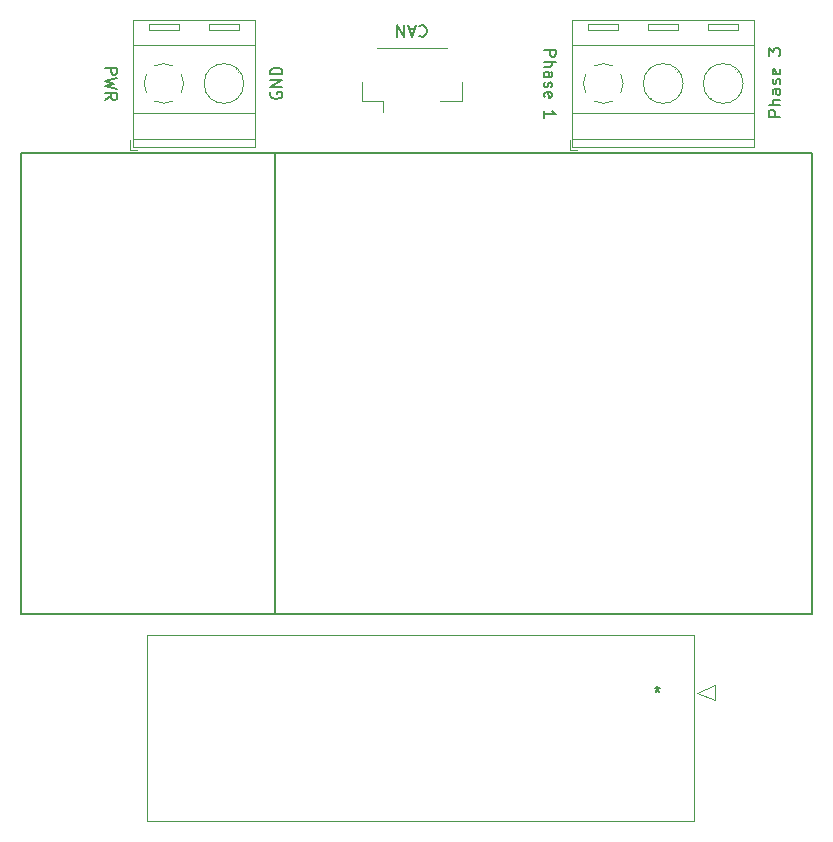
<source format=gbr>
%TF.GenerationSoftware,KiCad,Pcbnew,(6.0.1-0)*%
%TF.CreationDate,2022-12-23T21:27:24-08:00*%
%TF.ProjectId,ESC Daughterboard,45534320-4461-4756-9768-746572626f61,rev?*%
%TF.SameCoordinates,Original*%
%TF.FileFunction,Legend,Top*%
%TF.FilePolarity,Positive*%
%FSLAX46Y46*%
G04 Gerber Fmt 4.6, Leading zero omitted, Abs format (unit mm)*
G04 Created by KiCad (PCBNEW (6.0.1-0)) date 2022-12-23 21:27:24*
%MOMM*%
%LPD*%
G01*
G04 APERTURE LIST*
%ADD10C,0.150000*%
%ADD11C,0.120000*%
G04 APERTURE END LIST*
D10*
X172500000Y-75000000D02*
X132000000Y-75000000D01*
X105500000Y-75000000D02*
X105500000Y-114000000D01*
X172500000Y-75000000D02*
X127000000Y-75000000D01*
X105500000Y-114000000D02*
X172500000Y-114000000D01*
X127000000Y-75000000D02*
X127000000Y-114000000D01*
X172500000Y-75000000D02*
X105500000Y-75000000D01*
X172500000Y-114000000D02*
X172500000Y-75000000D01*
X126690000Y-69841904D02*
X126642380Y-69937142D01*
X126642380Y-70080000D01*
X126690000Y-70222857D01*
X126785238Y-70318095D01*
X126880476Y-70365714D01*
X127070952Y-70413333D01*
X127213809Y-70413333D01*
X127404285Y-70365714D01*
X127499523Y-70318095D01*
X127594761Y-70222857D01*
X127642380Y-70080000D01*
X127642380Y-69984761D01*
X127594761Y-69841904D01*
X127547142Y-69794285D01*
X127213809Y-69794285D01*
X127213809Y-69984761D01*
X127642380Y-69365714D02*
X126642380Y-69365714D01*
X127642380Y-68794285D01*
X126642380Y-68794285D01*
X127642380Y-68318095D02*
X126642380Y-68318095D01*
X126642380Y-68080000D01*
X126690000Y-67937142D01*
X126785238Y-67841904D01*
X126880476Y-67794285D01*
X127070952Y-67746666D01*
X127213809Y-67746666D01*
X127404285Y-67794285D01*
X127499523Y-67841904D01*
X127594761Y-67937142D01*
X127642380Y-68080000D01*
X127642380Y-68318095D01*
X169822380Y-71897142D02*
X168822380Y-71897142D01*
X168822380Y-71516190D01*
X168870000Y-71420952D01*
X168917619Y-71373333D01*
X169012857Y-71325714D01*
X169155714Y-71325714D01*
X169250952Y-71373333D01*
X169298571Y-71420952D01*
X169346190Y-71516190D01*
X169346190Y-71897142D01*
X169822380Y-70897142D02*
X168822380Y-70897142D01*
X169822380Y-70468571D02*
X169298571Y-70468571D01*
X169203333Y-70516190D01*
X169155714Y-70611428D01*
X169155714Y-70754285D01*
X169203333Y-70849523D01*
X169250952Y-70897142D01*
X169822380Y-69563809D02*
X169298571Y-69563809D01*
X169203333Y-69611428D01*
X169155714Y-69706666D01*
X169155714Y-69897142D01*
X169203333Y-69992380D01*
X169774761Y-69563809D02*
X169822380Y-69659047D01*
X169822380Y-69897142D01*
X169774761Y-69992380D01*
X169679523Y-70040000D01*
X169584285Y-70040000D01*
X169489047Y-69992380D01*
X169441428Y-69897142D01*
X169441428Y-69659047D01*
X169393809Y-69563809D01*
X169774761Y-69135238D02*
X169822380Y-69040000D01*
X169822380Y-68849523D01*
X169774761Y-68754285D01*
X169679523Y-68706666D01*
X169631904Y-68706666D01*
X169536666Y-68754285D01*
X169489047Y-68849523D01*
X169489047Y-68992380D01*
X169441428Y-69087619D01*
X169346190Y-69135238D01*
X169298571Y-69135238D01*
X169203333Y-69087619D01*
X169155714Y-68992380D01*
X169155714Y-68849523D01*
X169203333Y-68754285D01*
X169774761Y-67897142D02*
X169822380Y-67992380D01*
X169822380Y-68182857D01*
X169774761Y-68278095D01*
X169679523Y-68325714D01*
X169298571Y-68325714D01*
X169203333Y-68278095D01*
X169155714Y-68182857D01*
X169155714Y-67992380D01*
X169203333Y-67897142D01*
X169298571Y-67849523D01*
X169393809Y-67849523D01*
X169489047Y-68325714D01*
X168822380Y-66754285D02*
X168822380Y-66135238D01*
X169203333Y-66468571D01*
X169203333Y-66325714D01*
X169250952Y-66230476D01*
X169298571Y-66182857D01*
X169393809Y-66135238D01*
X169631904Y-66135238D01*
X169727142Y-66182857D01*
X169774761Y-66230476D01*
X169822380Y-66325714D01*
X169822380Y-66611428D01*
X169774761Y-66706666D01*
X169727142Y-66754285D01*
%TO.C,Phase 1*%
X149807619Y-66242857D02*
X150807619Y-66242857D01*
X150807619Y-66623809D01*
X150760000Y-66719047D01*
X150712380Y-66766666D01*
X150617142Y-66814285D01*
X150474285Y-66814285D01*
X150379047Y-66766666D01*
X150331428Y-66719047D01*
X150283809Y-66623809D01*
X150283809Y-66242857D01*
X149807619Y-67242857D02*
X150807619Y-67242857D01*
X149807619Y-67671428D02*
X150331428Y-67671428D01*
X150426666Y-67623809D01*
X150474285Y-67528571D01*
X150474285Y-67385714D01*
X150426666Y-67290476D01*
X150379047Y-67242857D01*
X149807619Y-68576190D02*
X150331428Y-68576190D01*
X150426666Y-68528571D01*
X150474285Y-68433333D01*
X150474285Y-68242857D01*
X150426666Y-68147619D01*
X149855238Y-68576190D02*
X149807619Y-68480952D01*
X149807619Y-68242857D01*
X149855238Y-68147619D01*
X149950476Y-68100000D01*
X150045714Y-68100000D01*
X150140952Y-68147619D01*
X150188571Y-68242857D01*
X150188571Y-68480952D01*
X150236190Y-68576190D01*
X149855238Y-69004761D02*
X149807619Y-69100000D01*
X149807619Y-69290476D01*
X149855238Y-69385714D01*
X149950476Y-69433333D01*
X149998095Y-69433333D01*
X150093333Y-69385714D01*
X150140952Y-69290476D01*
X150140952Y-69147619D01*
X150188571Y-69052380D01*
X150283809Y-69004761D01*
X150331428Y-69004761D01*
X150426666Y-69052380D01*
X150474285Y-69147619D01*
X150474285Y-69290476D01*
X150426666Y-69385714D01*
X149855238Y-70242857D02*
X149807619Y-70147619D01*
X149807619Y-69957142D01*
X149855238Y-69861904D01*
X149950476Y-69814285D01*
X150331428Y-69814285D01*
X150426666Y-69861904D01*
X150474285Y-69957142D01*
X150474285Y-70147619D01*
X150426666Y-70242857D01*
X150331428Y-70290476D01*
X150236190Y-70290476D01*
X150140952Y-69814285D01*
X149807619Y-72004761D02*
X149807619Y-71433333D01*
X149807619Y-71719047D02*
X150807619Y-71719047D01*
X150664761Y-71623809D01*
X150569523Y-71528571D01*
X150521904Y-71433333D01*
%TO.C,J4*%
X159400000Y-120152380D02*
X159400000Y-120390476D01*
X159161904Y-120295238D02*
X159400000Y-120390476D01*
X159638095Y-120295238D01*
X159257142Y-120580952D02*
X159400000Y-120390476D01*
X159542857Y-120580952D01*
%TO.C,CAN*%
X139242857Y-64262857D02*
X139290476Y-64215238D01*
X139433333Y-64167619D01*
X139528571Y-64167619D01*
X139671428Y-64215238D01*
X139766666Y-64310476D01*
X139814285Y-64405714D01*
X139861904Y-64596190D01*
X139861904Y-64739047D01*
X139814285Y-64929523D01*
X139766666Y-65024761D01*
X139671428Y-65120000D01*
X139528571Y-65167619D01*
X139433333Y-65167619D01*
X139290476Y-65120000D01*
X139242857Y-65072380D01*
X138861904Y-64453333D02*
X138385714Y-64453333D01*
X138957142Y-64167619D02*
X138623809Y-65167619D01*
X138290476Y-64167619D01*
X137957142Y-64167619D02*
X137957142Y-65167619D01*
X137385714Y-64167619D01*
X137385714Y-65167619D01*
%TO.C,PWR*%
X112677619Y-67766666D02*
X113677619Y-67766666D01*
X113677619Y-68147619D01*
X113630000Y-68242857D01*
X113582380Y-68290476D01*
X113487142Y-68338095D01*
X113344285Y-68338095D01*
X113249047Y-68290476D01*
X113201428Y-68242857D01*
X113153809Y-68147619D01*
X113153809Y-67766666D01*
X113677619Y-68671428D02*
X112677619Y-68909523D01*
X113391904Y-69100000D01*
X112677619Y-69290476D01*
X113677619Y-69528571D01*
X112677619Y-70480952D02*
X113153809Y-70147619D01*
X112677619Y-69909523D02*
X113677619Y-69909523D01*
X113677619Y-70290476D01*
X113630000Y-70385714D01*
X113582380Y-70433333D01*
X113487142Y-70480952D01*
X113344285Y-70480952D01*
X113249047Y-70433333D01*
X113201428Y-70385714D01*
X113153809Y-70290476D01*
X113153809Y-69909523D01*
D11*
%TO.C,Phase 1*%
X158645000Y-64050000D02*
X161145000Y-64050000D01*
X153565000Y-64050000D02*
X153565000Y-64550000D01*
X161145000Y-64050000D02*
X161145000Y-64550000D01*
X166045000Y-67825000D02*
X165986000Y-67884000D01*
X166225000Y-64050000D02*
X166225000Y-64550000D01*
X152215000Y-73800000D02*
X167575000Y-73800000D01*
X153565000Y-64550000D02*
X156065000Y-64550000D01*
X153565000Y-64050000D02*
X156065000Y-64050000D01*
X151975000Y-74700000D02*
X152575000Y-74700000D01*
X158645000Y-64050000D02*
X158645000Y-64550000D01*
X163725000Y-64050000D02*
X163725000Y-64550000D01*
X152215000Y-63740000D02*
X167575000Y-63740000D01*
X158645000Y-64550000D02*
X161145000Y-64550000D01*
X158885000Y-70316000D02*
X158826000Y-70374000D01*
X163725000Y-64550000D02*
X166225000Y-64550000D01*
X152215000Y-63740000D02*
X152215000Y-74460000D01*
X158715000Y-70076000D02*
X158621000Y-70169000D01*
X151975000Y-73860000D02*
X151975000Y-74700000D01*
X152215000Y-65800000D02*
X167575000Y-65800000D01*
X167575000Y-63740000D02*
X167575000Y-74460000D01*
X161170000Y-68031000D02*
X161076000Y-68124000D01*
X156065000Y-64050000D02*
X156065000Y-64550000D01*
X163725000Y-64050000D02*
X166225000Y-64050000D01*
X160965000Y-67825000D02*
X160906000Y-67884000D01*
X163795000Y-70076000D02*
X163701000Y-70169000D01*
X152215000Y-71600000D02*
X167575000Y-71600000D01*
X152215000Y-74460000D02*
X167575000Y-74460000D01*
X166250000Y-68031000D02*
X166156000Y-68124000D01*
X163965000Y-70316000D02*
X163906000Y-70374000D01*
X154026000Y-70584000D02*
G75*
G03*
X154844383Y-70780450I788998J1483995D01*
G01*
X154815000Y-70780000D02*
G75*
G03*
X155603712Y-70583352I2J1679991D01*
G01*
X155604000Y-67616000D02*
G75*
G03*
X154025911Y-67616047I-789000J-1483995D01*
G01*
X153331000Y-68311000D02*
G75*
G03*
X153331047Y-69889089I1483995J-789000D01*
G01*
X156299000Y-69889000D02*
G75*
G03*
X156298953Y-68310911I-1483995J789000D01*
G01*
X161575000Y-69100000D02*
G75*
G03*
X161575000Y-69100000I-1680000J0D01*
G01*
X166655000Y-69100000D02*
G75*
G03*
X166655000Y-69100000I-1680000J0D01*
G01*
%TO.C,J4*%
X116200011Y-115790002D02*
X116200011Y-131560001D01*
X162520009Y-115790002D02*
X116200011Y-115790002D01*
X162774009Y-120700000D02*
X164298009Y-120065000D01*
X164298009Y-121335000D02*
X162774009Y-120700000D01*
X164298009Y-120065000D02*
X164298009Y-121335000D01*
X162520009Y-131560001D02*
X162520009Y-115790002D01*
X116200011Y-131560001D02*
X162520009Y-131560001D01*
%TO.C,CAN*%
X134365000Y-70560000D02*
X136165000Y-70560000D01*
X142835000Y-70560000D02*
X141035000Y-70560000D01*
X134365000Y-68960000D02*
X134365000Y-70560000D01*
X142835000Y-68960000D02*
X142835000Y-70560000D01*
X135635000Y-66090000D02*
X141565000Y-66090000D01*
X136165000Y-70560000D02*
X136165000Y-71500000D01*
%TO.C,PWR*%
X118870000Y-64050000D02*
X118870000Y-64550000D01*
X121450000Y-64050000D02*
X123950000Y-64050000D01*
X115020000Y-74460000D02*
X125300000Y-74460000D01*
X116370000Y-64050000D02*
X116370000Y-64550000D01*
X121690000Y-70316000D02*
X121631000Y-70374000D01*
X121450000Y-64550000D02*
X123950000Y-64550000D01*
X116370000Y-64050000D02*
X118870000Y-64050000D01*
X123950000Y-64050000D02*
X123950000Y-64550000D01*
X123770000Y-67825000D02*
X123711000Y-67884000D01*
X114780000Y-73860000D02*
X114780000Y-74700000D01*
X115020000Y-63740000D02*
X115020000Y-74460000D01*
X123975000Y-68031000D02*
X123881000Y-68124000D01*
X121520000Y-70076000D02*
X121426000Y-70169000D01*
X115020000Y-71600000D02*
X125300000Y-71600000D01*
X115020000Y-63740000D02*
X125300000Y-63740000D01*
X114780000Y-74700000D02*
X115380000Y-74700000D01*
X125300000Y-63740000D02*
X125300000Y-74460000D01*
X121450000Y-64050000D02*
X121450000Y-64550000D01*
X115020000Y-73800000D02*
X125300000Y-73800000D01*
X115020000Y-65800000D02*
X125300000Y-65800000D01*
X116370000Y-64550000D02*
X118870000Y-64550000D01*
X116831000Y-70584000D02*
G75*
G03*
X117649383Y-70780450I788998J1483995D01*
G01*
X116136000Y-68311000D02*
G75*
G03*
X116136047Y-69889089I1483995J-789000D01*
G01*
X117620000Y-70780000D02*
G75*
G03*
X118408712Y-70583352I2J1679991D01*
G01*
X118409000Y-67616000D02*
G75*
G03*
X116830911Y-67616047I-789000J-1483995D01*
G01*
X119104000Y-69889000D02*
G75*
G03*
X119103953Y-68310911I-1483995J789000D01*
G01*
X124380000Y-69100000D02*
G75*
G03*
X124380000Y-69100000I-1680000J0D01*
G01*
%TD*%
M02*

</source>
